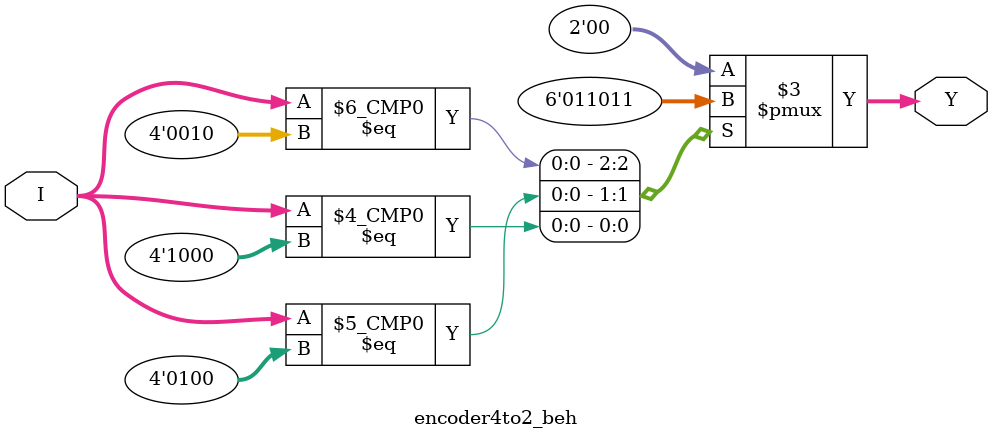
<source format=v>
module encoder4to2_beh (
    input  [3:0] I,
    output reg [1:0] Y
);
    always @(*) begin
        case (I)
            4'b0001: Y = 2'b00; 
            4'b0010: Y = 2'b01; 
            4'b0100: Y = 2'b10; 
            4'b1000: Y = 2'b11;
            default: Y = 2'b00; 
        endcase
    end
endmodule


</source>
